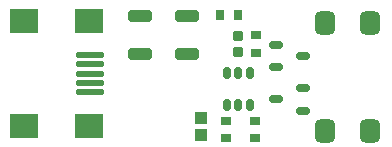
<source format=gtp>
G04*
G04 #@! TF.GenerationSoftware,Altium Limited,Altium Designer,21.4.1 (30)*
G04*
G04 Layer_Color=8421504*
%FSLAX25Y25*%
%MOIN*%
G70*
G04*
G04 #@! TF.SameCoordinates,1EC51C1C-F771-4994-86DF-2D69714EE4D9*
G04*
G04*
G04 #@! TF.FilePolarity,Positive*
G04*
G01*
G75*
%ADD13R,0.09803X0.07913*%
G04:AMPARAMS|DCode=14|XSize=90.95mil|YSize=18.9mil|CornerRadius=4.72mil|HoleSize=0mil|Usage=FLASHONLY|Rotation=0.000|XOffset=0mil|YOffset=0mil|HoleType=Round|Shape=RoundedRectangle|*
%AMROUNDEDRECTD14*
21,1,0.09095,0.00945,0,0,0.0*
21,1,0.08150,0.01890,0,0,0.0*
1,1,0.00945,0.04075,-0.00472*
1,1,0.00945,-0.04075,-0.00472*
1,1,0.00945,-0.04075,0.00472*
1,1,0.00945,0.04075,0.00472*
%
%ADD14ROUNDEDRECTD14*%
G04:AMPARAMS|DCode=15|XSize=76.77mil|YSize=66.93mil|CornerRadius=16.73mil|HoleSize=0mil|Usage=FLASHONLY|Rotation=90.000|XOffset=0mil|YOffset=0mil|HoleType=Round|Shape=RoundedRectangle|*
%AMROUNDEDRECTD15*
21,1,0.07677,0.03347,0,0,90.0*
21,1,0.04331,0.06693,0,0,90.0*
1,1,0.03346,0.01673,0.02165*
1,1,0.03346,0.01673,-0.02165*
1,1,0.03346,-0.01673,-0.02165*
1,1,0.03346,-0.01673,0.02165*
%
%ADD15ROUNDEDRECTD15*%
G04:AMPARAMS|DCode=16|XSize=23.62mil|YSize=45.28mil|CornerRadius=5.91mil|HoleSize=0mil|Usage=FLASHONLY|Rotation=90.000|XOffset=0mil|YOffset=0mil|HoleType=Round|Shape=RoundedRectangle|*
%AMROUNDEDRECTD16*
21,1,0.02362,0.03347,0,0,90.0*
21,1,0.01181,0.04528,0,0,90.0*
1,1,0.01181,0.01673,0.00591*
1,1,0.01181,0.01673,-0.00591*
1,1,0.01181,-0.01673,-0.00591*
1,1,0.01181,-0.01673,0.00591*
%
%ADD16ROUNDEDRECTD16*%
%ADD17R,0.02756X0.03543*%
G04:AMPARAMS|DCode=18|XSize=78.74mil|YSize=39.37mil|CornerRadius=9.84mil|HoleSize=0mil|Usage=FLASHONLY|Rotation=0.000|XOffset=0mil|YOffset=0mil|HoleType=Round|Shape=RoundedRectangle|*
%AMROUNDEDRECTD18*
21,1,0.07874,0.01968,0,0,0.0*
21,1,0.05906,0.03937,0,0,0.0*
1,1,0.01968,0.02953,-0.00984*
1,1,0.01968,-0.02953,-0.00984*
1,1,0.01968,-0.02953,0.00984*
1,1,0.01968,0.02953,0.00984*
%
%ADD18ROUNDEDRECTD18*%
%ADD19R,0.03937X0.03937*%
%ADD20R,0.03543X0.02756*%
G04:AMPARAMS|DCode=21|XSize=35.43mil|YSize=31.5mil|CornerRadius=7.87mil|HoleSize=0mil|Usage=FLASHONLY|Rotation=180.000|XOffset=0mil|YOffset=0mil|HoleType=Round|Shape=RoundedRectangle|*
%AMROUNDEDRECTD21*
21,1,0.03543,0.01575,0,0,180.0*
21,1,0.01968,0.03150,0,0,180.0*
1,1,0.01575,-0.00984,0.00787*
1,1,0.01575,0.00984,0.00787*
1,1,0.01575,0.00984,-0.00787*
1,1,0.01575,-0.00984,-0.00787*
%
%ADD21ROUNDEDRECTD21*%
G04:AMPARAMS|DCode=22|XSize=23.62mil|YSize=39.37mil|CornerRadius=5.91mil|HoleSize=0mil|Usage=FLASHONLY|Rotation=180.000|XOffset=0mil|YOffset=0mil|HoleType=Round|Shape=RoundedRectangle|*
%AMROUNDEDRECTD22*
21,1,0.02362,0.02756,0,0,180.0*
21,1,0.01181,0.03937,0,0,180.0*
1,1,0.01181,-0.00591,0.01378*
1,1,0.01181,0.00591,0.01378*
1,1,0.01181,0.00591,-0.01378*
1,1,0.01181,-0.00591,-0.01378*
%
%ADD22ROUNDEDRECTD22*%
D13*
X128283Y108642D02*
D03*
Y143642D02*
D03*
X106590Y108642D02*
D03*
Y143642D02*
D03*
D14*
X128638Y126142D02*
D03*
Y129252D02*
D03*
Y132362D02*
D03*
Y123031D02*
D03*
Y119921D02*
D03*
D15*
X222047Y107000D02*
D03*
X206890D02*
D03*
X222047Y142913D02*
D03*
X206890D02*
D03*
D16*
X199429Y132000D02*
D03*
X190571Y128260D02*
D03*
Y135740D02*
D03*
X190571Y117500D02*
D03*
X199429Y121240D02*
D03*
Y113760D02*
D03*
D17*
X177953Y145500D02*
D03*
X172047D02*
D03*
D18*
X145172Y132602D02*
D03*
Y145398D02*
D03*
X160920Y132602D02*
D03*
Y145398D02*
D03*
D19*
X165500Y111453D02*
D03*
Y105547D02*
D03*
D20*
X174000Y110453D02*
D03*
Y104547D02*
D03*
X184000Y133047D02*
D03*
Y138953D02*
D03*
X183500Y110453D02*
D03*
Y104547D02*
D03*
D21*
X178000Y133244D02*
D03*
Y138756D02*
D03*
D22*
X174260Y115587D02*
D03*
X178000D02*
D03*
X181740D02*
D03*
Y126413D02*
D03*
X178000D02*
D03*
X174260D02*
D03*
M02*

</source>
